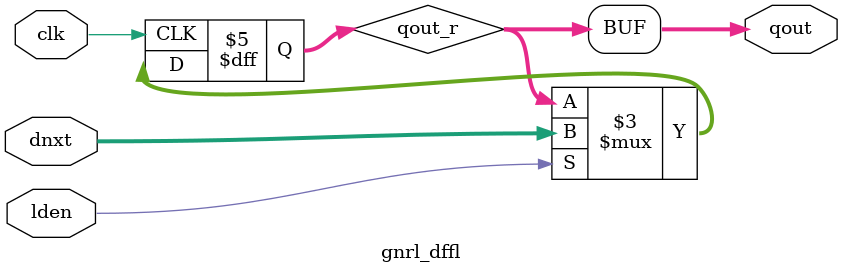
<source format=v>
 /*                                                                      
 Copyright 2018-2020 Nuclei System Technology, Inc.                
                                                                         
 Licensed under the Apache License, Version 2.0 (the "License");         
 you may not use this file except in compliance with the License.        
 You may obtain a copy of the License at                                 
                                                                         
     http://www.apache.org/licenses/LICENSE-2.0                          
                                                                         
  Unless required by applicable law or agreed to in writing, software    
 distributed under the License is distributed on an "AS IS" BASIS,       
 WITHOUT WARRANTIES OR CONDITIONS OF ANY KIND, either express or implied.
 See the License for the specific language governing permissions and     
 limitations under the License.                                          
 */                                                                      
                                                                         
                                                                         
                                                                         
//=====================================================================
//
// Designer   : Bob Hu
//
// Description:
//  All of the general DFF and Latch modules
//
// ====================================================================
// ===========================================================================
//
// Description:
//  Verilog module sirv_gnrl DFF with Load-enable, no reset 
//
// ===========================================================================
 module gnrl_dffl # (
  parameter DW = 32
) (

  input               lden, 
  input      [DW-1:0] dnxt,
  output     [DW-1:0] qout,

  input               clk 
);

reg [DW-1:0] qout_r;

always @(posedge clk) begin : DFFL_PROC
  if (lden == 1'b1)
    qout_r <= dnxt;
end

assign qout = qout_r;

`ifndef FPGA_SOURCE//{
`ifndef DISABLE_SV_ASSERTION//{
//synopsys translate_off
gnrl_xchecker # (
  .DW(1)
) sirv_gnrl_xchecker(
  .i_dat(lden),
  .clk  (clk )
);
//synopsys translate_on
`endif//}
`endif//}
    

endmodule
</source>
